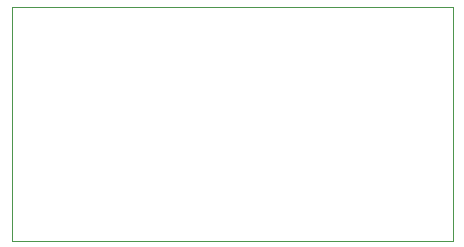
<source format=gbr>
%TF.GenerationSoftware,KiCad,Pcbnew,7.0.1*%
%TF.CreationDate,2023-10-03T11:55:05-04:00*%
%TF.ProjectId,CAN Adapter,43414e20-4164-4617-9074-65722e6b6963,rev?*%
%TF.SameCoordinates,Original*%
%TF.FileFunction,Profile,NP*%
%FSLAX46Y46*%
G04 Gerber Fmt 4.6, Leading zero omitted, Abs format (unit mm)*
G04 Created by KiCad (PCBNEW 7.0.1) date 2023-10-03 11:55:05*
%MOMM*%
%LPD*%
G01*
G04 APERTURE LIST*
%TA.AperFunction,Profile*%
%ADD10C,0.100000*%
%TD*%
G04 APERTURE END LIST*
D10*
X122682000Y-99822000D02*
X160020000Y-99822000D01*
X122682000Y-80010000D02*
X122682000Y-99822000D01*
X160020000Y-80010000D02*
X122682000Y-80010000D01*
X160020000Y-80010000D02*
X160020000Y-99822000D01*
M02*

</source>
